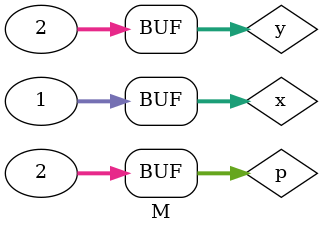
<source format=sv>
module M;

integer  a,b;
integer  x=1,y=2;
integer  x1[1:0],y1[2:1];
integer  xx1[1:0],yy1, z1[3:0],p=2;
endmodule

</source>
